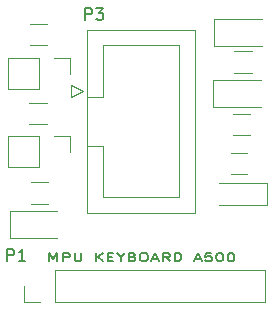
<source format=gto>
%TF.GenerationSoftware,KiCad,Pcbnew,5.1.9+dfsg1-1+deb11u1*%
%TF.CreationDate,2022-11-30T10:15:51+01:00*%
%TF.ProjectId,A500MPU-Adapter,41353030-4d50-4552-9d41-646170746572,2.0*%
%TF.SameCoordinates,Original*%
%TF.FileFunction,Legend,Top*%
%TF.FilePolarity,Positive*%
%FSLAX46Y46*%
G04 Gerber Fmt 4.6, Leading zero omitted, Abs format (unit mm)*
G04 Created by KiCad (PCBNEW 5.1.9+dfsg1-1+deb11u1) date 2022-11-30 10:15:51*
%MOMM*%
%LPD*%
G01*
G04 APERTURE LIST*
%ADD10C,0.170000*%
%ADD11C,0.120000*%
%ADD12C,0.150000*%
G04 APERTURE END LIST*
D10*
X148908476Y-122490666D02*
X148908476Y-121790666D01*
X149241809Y-122290666D01*
X149575142Y-121790666D01*
X149575142Y-122490666D01*
X150051333Y-122490666D02*
X150051333Y-121790666D01*
X150432285Y-121790666D01*
X150527523Y-121824000D01*
X150575142Y-121857333D01*
X150622761Y-121924000D01*
X150622761Y-122024000D01*
X150575142Y-122090666D01*
X150527523Y-122124000D01*
X150432285Y-122157333D01*
X150051333Y-122157333D01*
X151051333Y-121790666D02*
X151051333Y-122357333D01*
X151098952Y-122424000D01*
X151146571Y-122457333D01*
X151241809Y-122490666D01*
X151432285Y-122490666D01*
X151527523Y-122457333D01*
X151575142Y-122424000D01*
X151622761Y-122357333D01*
X151622761Y-121790666D01*
X152860857Y-122490666D02*
X152860857Y-121790666D01*
X153432285Y-122490666D02*
X153003714Y-122090666D01*
X153432285Y-121790666D02*
X152860857Y-122190666D01*
X153860857Y-122124000D02*
X154194190Y-122124000D01*
X154337047Y-122490666D02*
X153860857Y-122490666D01*
X153860857Y-121790666D01*
X154337047Y-121790666D01*
X154956095Y-122157333D02*
X154956095Y-122490666D01*
X154622761Y-121790666D02*
X154956095Y-122157333D01*
X155289428Y-121790666D01*
X155956095Y-122124000D02*
X156098952Y-122157333D01*
X156146571Y-122190666D01*
X156194190Y-122257333D01*
X156194190Y-122357333D01*
X156146571Y-122424000D01*
X156098952Y-122457333D01*
X156003714Y-122490666D01*
X155622761Y-122490666D01*
X155622761Y-121790666D01*
X155956095Y-121790666D01*
X156051333Y-121824000D01*
X156098952Y-121857333D01*
X156146571Y-121924000D01*
X156146571Y-121990666D01*
X156098952Y-122057333D01*
X156051333Y-122090666D01*
X155956095Y-122124000D01*
X155622761Y-122124000D01*
X156813238Y-121790666D02*
X157003714Y-121790666D01*
X157098952Y-121824000D01*
X157194190Y-121890666D01*
X157241809Y-122024000D01*
X157241809Y-122257333D01*
X157194190Y-122390666D01*
X157098952Y-122457333D01*
X157003714Y-122490666D01*
X156813238Y-122490666D01*
X156718000Y-122457333D01*
X156622761Y-122390666D01*
X156575142Y-122257333D01*
X156575142Y-122024000D01*
X156622761Y-121890666D01*
X156718000Y-121824000D01*
X156813238Y-121790666D01*
X157622761Y-122290666D02*
X158098952Y-122290666D01*
X157527523Y-122490666D02*
X157860857Y-121790666D01*
X158194190Y-122490666D01*
X159098952Y-122490666D02*
X158765619Y-122157333D01*
X158527523Y-122490666D02*
X158527523Y-121790666D01*
X158908476Y-121790666D01*
X159003714Y-121824000D01*
X159051333Y-121857333D01*
X159098952Y-121924000D01*
X159098952Y-122024000D01*
X159051333Y-122090666D01*
X159003714Y-122124000D01*
X158908476Y-122157333D01*
X158527523Y-122157333D01*
X159527523Y-122490666D02*
X159527523Y-121790666D01*
X159765619Y-121790666D01*
X159908476Y-121824000D01*
X160003714Y-121890666D01*
X160051333Y-121957333D01*
X160098952Y-122090666D01*
X160098952Y-122190666D01*
X160051333Y-122324000D01*
X160003714Y-122390666D01*
X159908476Y-122457333D01*
X159765619Y-122490666D01*
X159527523Y-122490666D01*
X161241809Y-122290666D02*
X161718000Y-122290666D01*
X161146571Y-122490666D02*
X161479904Y-121790666D01*
X161813238Y-122490666D01*
X162622761Y-121790666D02*
X162146571Y-121790666D01*
X162098952Y-122124000D01*
X162146571Y-122090666D01*
X162241809Y-122057333D01*
X162479904Y-122057333D01*
X162575142Y-122090666D01*
X162622761Y-122124000D01*
X162670380Y-122190666D01*
X162670380Y-122357333D01*
X162622761Y-122424000D01*
X162575142Y-122457333D01*
X162479904Y-122490666D01*
X162241809Y-122490666D01*
X162146571Y-122457333D01*
X162098952Y-122424000D01*
X163289428Y-121790666D02*
X163384666Y-121790666D01*
X163479904Y-121824000D01*
X163527523Y-121857333D01*
X163575142Y-121924000D01*
X163622761Y-122057333D01*
X163622761Y-122224000D01*
X163575142Y-122357333D01*
X163527523Y-122424000D01*
X163479904Y-122457333D01*
X163384666Y-122490666D01*
X163289428Y-122490666D01*
X163194190Y-122457333D01*
X163146571Y-122424000D01*
X163098952Y-122357333D01*
X163051333Y-122224000D01*
X163051333Y-122057333D01*
X163098952Y-121924000D01*
X163146571Y-121857333D01*
X163194190Y-121824000D01*
X163289428Y-121790666D01*
X164241809Y-121790666D02*
X164337047Y-121790666D01*
X164432285Y-121824000D01*
X164479904Y-121857333D01*
X164527523Y-121924000D01*
X164575142Y-122057333D01*
X164575142Y-122224000D01*
X164527523Y-122357333D01*
X164479904Y-122424000D01*
X164432285Y-122457333D01*
X164337047Y-122490666D01*
X164241809Y-122490666D01*
X164146571Y-122457333D01*
X164098952Y-122424000D01*
X164051333Y-122357333D01*
X164003714Y-122224000D01*
X164003714Y-122057333D01*
X164051333Y-121924000D01*
X164098952Y-121857333D01*
X164146571Y-121824000D01*
X164241809Y-121790666D01*
D11*
%TO.C,C1*%
X163262000Y-117735000D02*
X167347000Y-117735000D01*
X167347000Y-117735000D02*
X167347000Y-115865000D01*
X167347000Y-115865000D02*
X163262000Y-115865000D01*
%TO.C,C2*%
X165673252Y-115110000D02*
X164250748Y-115110000D01*
X165673252Y-113290000D02*
X164250748Y-113290000D01*
%TO.C,D1*%
X166888000Y-101965000D02*
X162828000Y-101965000D01*
X162828000Y-101965000D02*
X162828000Y-104235000D01*
X162828000Y-104235000D02*
X166888000Y-104235000D01*
%TO.C,D2*%
X166800000Y-107165000D02*
X162740000Y-107165000D01*
X162740000Y-107165000D02*
X162740000Y-109435000D01*
X162740000Y-109435000D02*
X166800000Y-109435000D01*
%TO.C,D3*%
X145540000Y-120535000D02*
X149600000Y-120535000D01*
X145540000Y-118265000D02*
X145540000Y-120535000D01*
X149600000Y-118265000D02*
X145540000Y-118265000D01*
%TO.C,P1*%
X167210000Y-125930000D02*
X167210000Y-123270000D01*
X149370000Y-125930000D02*
X167210000Y-125930000D01*
X149370000Y-123270000D02*
X167210000Y-123270000D01*
X149370000Y-125930000D02*
X149370000Y-123270000D01*
X148100000Y-125930000D02*
X146770000Y-125930000D01*
X146770000Y-125930000D02*
X146770000Y-124600000D01*
%TO.C,P3*%
X152110000Y-102890000D02*
X161230000Y-102890000D01*
X161230000Y-102890000D02*
X161230000Y-118390000D01*
X161230000Y-118390000D02*
X152110000Y-118390000D01*
X152110000Y-118390000D02*
X152110000Y-102890000D01*
X152110000Y-108590000D02*
X153420000Y-108590000D01*
X153420000Y-108590000D02*
X153420000Y-104190000D01*
X153420000Y-104190000D02*
X159920000Y-104190000D01*
X159920000Y-104190000D02*
X159920000Y-117090000D01*
X159920000Y-117090000D02*
X153420000Y-117090000D01*
X153420000Y-117090000D02*
X153420000Y-112690000D01*
X153420000Y-112690000D02*
X153420000Y-112690000D01*
X153420000Y-112690000D02*
X152110000Y-112690000D01*
X151720000Y-108100000D02*
X150720000Y-107600000D01*
X150720000Y-107600000D02*
X150720000Y-108600000D01*
X150720000Y-108600000D02*
X151720000Y-108100000D01*
%TO.C,P4*%
X145430000Y-105270000D02*
X145430000Y-107930000D01*
X148030000Y-105270000D02*
X145430000Y-105270000D01*
X148030000Y-107930000D02*
X145430000Y-107930000D01*
X148030000Y-105270000D02*
X148030000Y-107930000D01*
X149300000Y-105270000D02*
X150630000Y-105270000D01*
X150630000Y-105270000D02*
X150630000Y-106600000D01*
%TO.C,P5*%
X150630000Y-111870000D02*
X150630000Y-113200000D01*
X149300000Y-111870000D02*
X150630000Y-111870000D01*
X148030000Y-111870000D02*
X148030000Y-114530000D01*
X148030000Y-114530000D02*
X145430000Y-114530000D01*
X148030000Y-111870000D02*
X145430000Y-111870000D01*
X145430000Y-111870000D02*
X145430000Y-114530000D01*
%TO.C,R1*%
X164572936Y-104690000D02*
X166027064Y-104690000D01*
X164572936Y-106510000D02*
X166027064Y-106510000D01*
%TO.C,R2*%
X164472936Y-109990000D02*
X165927064Y-109990000D01*
X164472936Y-111810000D02*
X165927064Y-111810000D01*
%TO.C,R3*%
X147372936Y-117610000D02*
X148827064Y-117610000D01*
X147372936Y-115790000D02*
X148827064Y-115790000D01*
%TO.C,R4*%
X147272936Y-104210000D02*
X148727064Y-104210000D01*
X147272936Y-102390000D02*
X148727064Y-102390000D01*
%TO.C,R5*%
X147222936Y-109090000D02*
X148677064Y-109090000D01*
X147222936Y-110910000D02*
X148677064Y-110910000D01*
%TO.C,P1*%
D12*
X145361904Y-122452380D02*
X145361904Y-121452380D01*
X145742857Y-121452380D01*
X145838095Y-121500000D01*
X145885714Y-121547619D01*
X145933333Y-121642857D01*
X145933333Y-121785714D01*
X145885714Y-121880952D01*
X145838095Y-121928571D01*
X145742857Y-121976190D01*
X145361904Y-121976190D01*
X146885714Y-122452380D02*
X146314285Y-122452380D01*
X146600000Y-122452380D02*
X146600000Y-121452380D01*
X146504761Y-121595238D01*
X146409523Y-121690476D01*
X146314285Y-121738095D01*
%TO.C,P3*%
X151961904Y-102052380D02*
X151961904Y-101052380D01*
X152342857Y-101052380D01*
X152438095Y-101100000D01*
X152485714Y-101147619D01*
X152533333Y-101242857D01*
X152533333Y-101385714D01*
X152485714Y-101480952D01*
X152438095Y-101528571D01*
X152342857Y-101576190D01*
X151961904Y-101576190D01*
X152866666Y-101052380D02*
X153485714Y-101052380D01*
X153152380Y-101433333D01*
X153295238Y-101433333D01*
X153390476Y-101480952D01*
X153438095Y-101528571D01*
X153485714Y-101623809D01*
X153485714Y-101861904D01*
X153438095Y-101957142D01*
X153390476Y-102004761D01*
X153295238Y-102052380D01*
X153009523Y-102052380D01*
X152914285Y-102004761D01*
X152866666Y-101957142D01*
%TD*%
M02*

</source>
